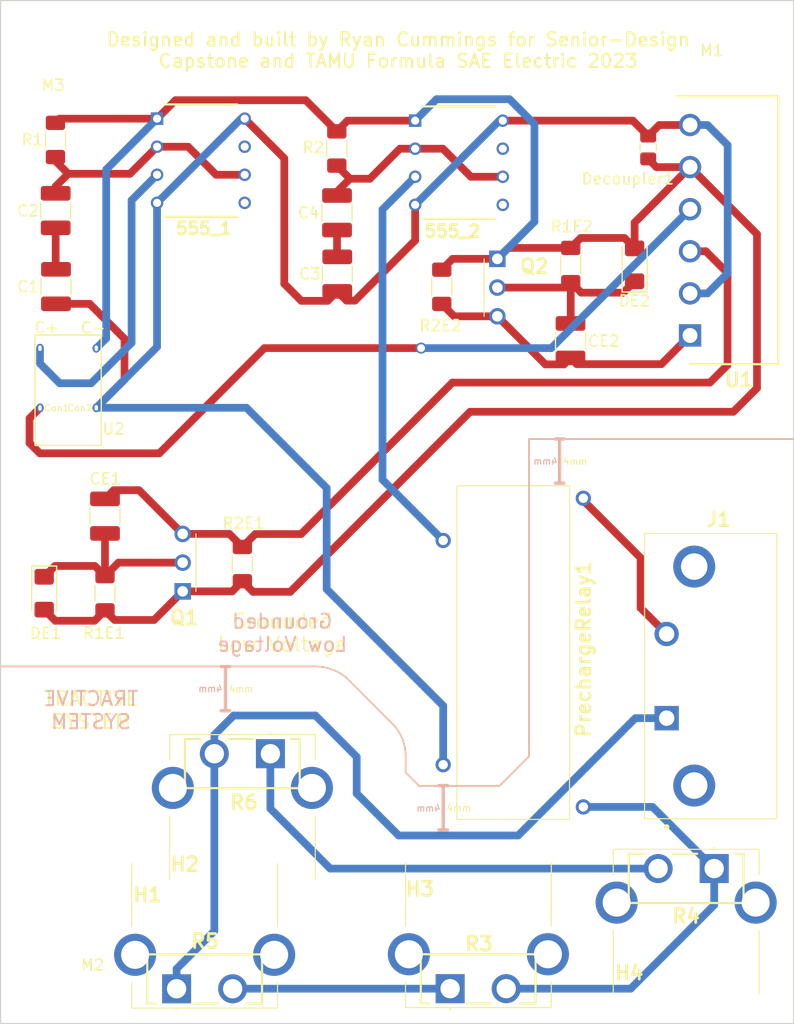
<source format=kicad_pcb>
(kicad_pcb (version 20211014) (generator pcbnew)
  (layers (0 "F.Cu" signal) (31 "B.Cu" signal) (34 "B.Paste" user) (35 "F.Paste" user) (36 "B.SilkS" user "B.Silkscreen") (37 "F.SilkS" user "F.Silkscreen") (38 "B.Mask" user) (39 "F.Mask" user) (44 "Edge.Cuts" user))
  (net 0 "")
  (net 1 "GND")
  (net 2 "Net-(555_1-Pad2)")
  (net 3 "Net-(555_1-Pad3)")
  (net 4 "+12V")
  (net 7 "Net-(555_2-Pad2)")
  (net 8 "Net-(555_2-Pad3)")
  (net 11 "Net-(C1-Pad2)")
  (net 12 "Net-(C3-Pad2)")
  (net 13 "Net-(CE1-Pad2)")
  (net 14 "Net-(CE1-Pad1)")
  (net 15 "Net-(J1-Pad1)")
  (net 16 "Net-(CE2-Pad1)")
  (net 17 "Net-(PrechargeRelay1-Pad1)")
  (net 18 "Net-(J1-Pad2)")
  (net 19 "Net-(R5-Pad2)")
  (net 20 "Net-(U1-Pad4)")
  (net 21 "Net-(CE2-Pad2)")
  (net 30 "Net-(R6-Pad1)")
  (footprint "Capacitor_SMD:C_1210_3225Metric_Pad1.33x2.70mm_HandSolder" (layer "F.Cu") (at 164.29 67.5225 90)
    (fp_text reference "CE2" (at -0.0425 3.01) (layer "F.SilkS"))
    (fp_text value "C")
    (fp_line (start -0.711252 1.36) (end 0.711252 1.36) (layer "F.SilkS") (width 0.12))
    (fp_line (start -0.711252 -1.36) (end 0.711252 -1.36) (layer "F.SilkS") (width 0.12))
    (pad "1" smd roundrect (at -1.5625 0 90) (size 1.325 2.7) (layers "F.Cu" "F.Paste" "F.Mask") (roundrect_rratio 0.1886792453) (net 16 "Net-(CE2-Pad1)"))
    (pad "2" smd roundrect (at 1.5625 0 90) (size 1.325 2.7) (layers "F.Cu" "F.Paste" "F.Mask") (roundrect_rratio 0.1886792453) (net 21 "Net-(CE2-Pad2)"))
  )
  (footprint "Resistor_SMD:R_1206_3216Metric_Pad1.30x1.75mm_HandSolder" (layer "F.Cu") (at 122.1 90.3825 90)
    (fp_text reference "R1E1" (at -3.605 -0.09) (layer "F.SilkS"))
    (fp_text value "R")
    (fp_line (start -0.727064 0.91) (end 0.727064 0.91) (layer "F.SilkS") (width 0.12))
    (fp_line (start -0.727064 -0.91) (end 0.727064 -0.91) (layer "F.SilkS") (width 0.12))
    (pad "1" smd roundrect (at -1.55 0 90) (size 1.3 1.75) (layers "F.Cu" "F.Paste" "F.Mask") (roundrect_rratio 0.1923076923) (net 1 "GND"))
    (pad "2" smd roundrect (at 1.55 0 90) (size 1.3 1.75) (layers "F.Cu" "F.Paste" "F.Mask") (roundrect_rratio 0.1923076923) (net 13 "Net-(CE1-Pad2)"))
  )
  (footprint "Resistor_SMD:R_1206_3216Metric_Pad1.30x1.75mm_HandSolder" (layer "F.Cu") (at 152.62 62.645 -90)
    (fp_text reference "R2E2" (at 3.51 0.12) (layer "F.SilkS"))
    (fp_text value "R")
    (fp_line (start -0.727064 0.91) (end 0.727064 0.91) (layer "F.SilkS") (width 0.12))
    (fp_line (start -0.727064 -0.91) (end 0.727064 -0.91) (layer "F.SilkS") (width 0.12))
    (pad "1" smd roundrect (at -1.55 0 270) (size 1.3 1.75) (layers "F.Cu" "F.Paste" "F.Mask") (roundrect_rratio 0.1923076923) (net 1 "GND"))
    (pad "2" smd roundrect (at 1.55 0 270) (size 1.3 1.75) (layers "F.Cu" "F.Paste" "F.Mask") (roundrect_rratio 0.1923076923) (net 16 "Net-(CE2-Pad1)"))
  )
  (footprint "SAE Parts:HV_Conn" (layer "F.Cu") (at 173 101.69 90)
    (fp_text reference "J1" (at 17.995 4.72 180) (layer "F.SilkS") (effects (font (size 1.27 1.27) (thickness 0.254))))
    (fp_text value "HV_Connector" hide)
    (fp_line (start -9.1 10) (end -9.1 -2) (layer "F.SilkS") (width 0.1))
    (fp_line (start -9.1 -2) (end 16.72 -2) (layer "F.SilkS") (width 0.1))
    (fp_line (start 16.72 10) (end -9.1 10) (layer "F.SilkS") (width 0.1))
    (fp_line (start 16.72 -2) (end 16.72 10) (layer "F.SilkS") (width 0.1))
    (fp_circle (center -9.85 0) (end -9.85 0.05) (layer "F.SilkS") (width 0.2) (fill none))
    (pad "1" thru_hole rect (at 0 0 90) (size 2.2 2.2) (drill 1.4) (layers *.Cu *.Mask) (net 15 "Net-(J1-Pad1)"))
    (pad "2" thru_hole circle (at 7.62 0 90) (size 2.2 2.2) (drill 1.4) (layers *.Cu *.Mask) (net 18 "Net-(J1-Pad2)"))
    (pad "3" thru_hole circle (at -6.1 2.5 90) (size 3.8 3.8) (drill 2.4) (layers *.Cu *.Mask))
    (pad "4" thru_hole circle (at 13.72 2.5 90) (size 3.8 3.8) (drill 2.4) (layers *.Cu *.Mask))
  )
  (footprint "SAE Parts:MP2060" (layer "F.Cu") (at 128.59 126.185)
    (fp_text reference "R5" (at 2.58 -4.3 180) (layer "F.SilkS") (effects (font (size 1.27 1.27) (thickness 0.254))))
    (fp_text value "MP2060" hide)
    (fp_line (start 7.74 1.335) (end 6.34 1.335) (layer "F.SilkS") (width 0.2))
    (fp_line (start 0 1.9) (end 0 1.9) (layer "F.SilkS") (width 0.1))
    (fp_line (start -1.86 1.335) (end -2.66 1.335) (layer "F.SilkS") (width 0.2))
    (fp_line (start -2.66 -3.115) (end 7.745 -3.115) (layer "F.SilkS") (width 0.2))
    (fp_line (start 0 1.8) (end 0 1.8) (layer "F.SilkS") (width 0.1))
    (fp_line (start -2.66 1.335) (end -2.66 -3.115) (layer "F.SilkS") (width 0.2))
    (fp_line (start 7.745 -3.115) (end 7.74 1.335) (layer "F.SilkS") (width 0.2))
    (fp_line (start 1.54 1.335) (end 3.74 1.335) (layer "F.SilkS") (width 0.2))
    (fp_arc (start 0 1.8) (mid 0.05 1.85) (end 0 1.9) (layer "F.SilkS") (width 0.1))
    (fp_arc (start 0 1.9) (mid -0.05 1.85) (end 0 1.8) (layer "F.SilkS") (width 0.1))
    (pad "1" thru_hole rect (at 0 0) (size 2.625 2.625) (drill 1.75) (layers *.Cu *.Mask) (net 15 "Net-(J1-Pad1)"))
    (pad "2" thru_hole circle (at 5.08 0) (size 2.625 2.625) (drill 1.75) (layers *.Cu *.Mask) (net 19 "Net-(R5-Pad2)"))
  )
  (footprint "MountingHole:MountingHole_3.2mm_M3" (layer "F.Cu") (at 117.4 41.33)
    (fp_text reference "M3" (at 0.01 3.07) (layer "F.SilkS"))
    (fp_text value "MountingHole")
    (pad "" np_thru_hole circle (at 0 0) (size 3.2 3.2) (drill 3.2) (layers *.Cu *.Mask))
  )
  (footprint "Capacitor_SMD:C_1210_3225Metric_Pad1.33x2.70mm_HandSolder" (layer "F.Cu") (at 122.1 83.405 -90)
    (fp_text reference "CE1" (at -3.3825 -0.03) (layer "F.SilkS"))
    (fp_text value "C")
    (fp_line (start -0.711252 -1.36) (end 0.711252 -1.36) (layer "F.SilkS") (width 0.12))
    (fp_line (start -0.711252 1.36) (end 0.711252 1.36) (layer "F.SilkS") (width 0.12))
    (pad "1" smd roundrect (at -1.5625 0 270) (size 1.325 2.7) (layers "F.Cu" "F.Paste" "F.Mask") (roundrect_rratio 0.1886792453) (net 14 "Net-(CE1-Pad1)"))
    (pad "2" smd roundrect (at 1.5625 0 270) (size 1.325 2.7) (layers "F.Cu" "F.Paste" "F.Mask") (roundrect_rratio 0.1886792453) (net 13 "Net-(CE1-Pad2)"))
  )
  (footprint "Resistor_SMD:R_1206_3216Metric_Pad1.30x1.75mm_HandSolder" (layer "F.Cu") (at 164.31 60.675 -90)
    (fp_text reference "R1E2" (at -3.48 -0.09) (layer "F.SilkS"))
    (fp_text value "R")
    (fp_line (start -0.727064 0.91) (end 0.727064 0.91) (layer "F.SilkS") (width 0.12))
    (fp_line (start -0.727064 -0.91) (end 0.727064 -0.91) (layer "F.SilkS") (width 0.12))
    (pad "1" smd roundrect (at -1.55 0 270) (size 1.3 1.75) (layers "F.Cu" "F.Paste" "F.Mask") (roundrect_rratio 0.1923076923) (net 1 "GND"))
    (pad "2" smd roundrect (at 1.55 0 270) (size 1.3 1.75) (layers "F.Cu" "F.Paste" "F.Mask") (roundrect_rratio 0.1923076923) (net 21 "Net-(CE2-Pad2)"))
  )
  (footprint "Diode_SMD:D_1206_3216Metric_Pad1.42x1.75mm_HandSolder" (layer "F.Cu") (at 116.59 90.38 -90)
    (fp_text reference "DE1" (at 3.6225 -0.14) (layer "F.SilkS"))
    (fp_text value "D")
    (fp_line (start -2.46 -1.135) (end -2.46 1.135) (layer "F.SilkS") (width 0.12))
    (fp_line (start 1.6 -1.135) (end -2.46 -1.135) (layer "F.SilkS") (width 0.12))
    (fp_line (start -2.46 1.135) (end 1.6 1.135) (layer "F.SilkS") (width 0.12))
    (pad "1" smd roundrect (at -1.4875 0 270) (size 1.425 1.75) (layers "F.Cu" "F.Paste" "F.Mask") (roundrect_rratio 0.1754392982) (net 13 "Net-(CE1-Pad2)"))
    (pad "2" smd roundrect (at 1.4875 0 270) (size 1.425 1.75) (layers "F.Cu" "F.Paste" "F.Mask") (roundrect_rratio 0.1754392982) (net 1 "GND"))
  )
  (footprint "SAE Parts:MP2060" (layer "F.Cu") (at 177.31 115.305 180)
    (fp_text reference "R4" (at 2.55 -4.31 180) (layer "F.SilkS") (effects (font (size 1.27 1.27) (thickness 0.254))))
    (fp_text value "MP2060" hide)
    (fp_line (start -1.86 1.335) (end -2.66 1.335) (layer "F.SilkS") (width 0.2))
    (fp_line (start -2.66 -3.115) (end 7.745 -3.115) (layer "F.SilkS") (width 0.2))
    (fp_line (start 0 1.9) (end 0 1.9) (layer "F.SilkS") (width 0.1))
    (fp_line (start 1.54 1.335) (end 3.74 1.335) (layer "F.SilkS") (width 0.2))
    (fp_line (start 7.74 1.335) (end 6.34 1.335) (layer "F.SilkS") (width 0.2))
    (fp_line (start 7.745 -3.115) (end 7.74 1.335) (layer "F.SilkS") (width 0.2))
    (fp_line (start -2.66 1.335) (end -2.66 -3.115) (layer "F.SilkS") (width 0.2))
    (fp_line (start 0 1.8) (end 0 1.8) (layer "F.SilkS") (width 0.1))
    (fp_arc (start 0 1.8) (mid 0.05 1.85) (end 0 1.9) (layer "F.SilkS") (width 0.1))
    (fp_arc (start 0 1.9) (mid -0.05 1.85) (end 0 1.8) (layer "F.SilkS") (width 0.1))
    (pad "1" thru_hole rect (at 0 0 180) (size 2.625 2.625) (drill 1.75) (layers *.Cu *.Mask) (net 17 "Net-(PrechargeRelay1-Pad1)"))
    (pad "2" thru_hole circle (at 5.08 0 180) (size 2.625 2.625) (drill 1.75) (layers *.Cu *.Mask) (net 30 "Net-(R6-Pad1)"))
  )
  (footprint "SAE Parts:MP2060" (layer "F.Cu") (at 137.09 104.91 180)
    (fp_text reference "R6" (at 2.4 -4.42 180) (layer "F.SilkS") (effects (font (size 1.27 1.27) (thickness 0.254))))
    (fp_text value "MP2060" hide)
    (fp_line (start 7.745 -3.115) (end 7.74 1.335) (layer "F.SilkS") (width 0.2))
    (fp_line (start 0 1.9) (end 0 1.9) (layer "F.SilkS") (width 0.1))
    (fp_line (start -2.66 1.335) (end -2.66 -3.115) (layer "F.SilkS") (width 0.2))
    (fp_line (start 1.54 1.335) (end 3.74 1.335) (layer "F.SilkS") (width 0.2))
    (fp_line (start 7.74 1.335) (end 6.34 1.335) (layer "F.SilkS") (width 0.2))
    (fp_line (start 0 1.8) (end 0 1.8) (layer "F.SilkS") (width 0.1))
    (fp_line (start -1.86 1.335) (end -2.66 1.335) (layer "F.SilkS") (width 0.2))
    (fp_line (start -2.66 -3.115) (end 7.745 -3.115) (layer "F.SilkS") (width 0.2))
    (fp_arc (start 0 1.8) (mid 0.05 1.85) (end 0 1.9) (layer "F.SilkS") (width 0.1))
    (fp_arc (start 0 1.9) (mid -0.05 1.85) (end 0 1.8) (layer "F.SilkS") (width 0.1))
    (pad "1" thru_hole rect (at 0 0 180) (size 2.625 2.625) (drill 1.75) (layers *.Cu *.Mask) (net 30 "Net-(R6-Pad1)"))
    (pad "2" thru_hole circle (at 5.08 0 180) (size 2.625 2.625) (drill 1.75) (layers *.Cu *.Mask) (net 15 "Net-(J1-Pad1)"))
  )
  (footprint "SAE Parts:NPN" (layer "F.Cu") (at 157.66 60.115 -90)
    (fp_text reference "Q2" (at 0.67 -3.35) (layer "F.SilkS") (effects (font (size 1.27 1.27) (thickness 0.254))))
    (fp_text value "NPN" hide)
    (fp_line (start 0 1.2) (end 5.2 1.2) (layer "F.SilkS") (width 0.1))
    (pad "1" thru_hole rect (at 0 0 270) (size 1.493 1.493) (drill 0.96) (layers *.Cu *.Mask) (net 1 "GND"))
    (pad "2" thru_hole circle (at 2.6 0 270) (size 1.493 1.493) (drill 0.96) (layers *.Cu *.Mask) (net 21 "Net-(CE2-Pad2)"))
    (pad "3" thru_hole circle (at 5.2 0 270) (size 1.493 1.493) (drill 0.96) (layers *.Cu *.Mask) (net 16 "Net-(CE2-Pad1)"))
  )
  (footprint "MountingHole:MountingHole_3.2mm_M3" (layer "F.Cu") (at 117.79 123.905)
    (fp_text reference "M2" (at 3.19 0.13) (layer "F.SilkS"))
    (fp_text value "MountingHole")
    (pad "" np_thru_hole circle (at 0 0) (size 3.2 3.2) (drill 3.2) (layers *.Cu *.Mask))
  )
  (footprint "SAE Parts:DIP794W53P254L959H508Q8N" (layer "F.Cu") (at 154.18 51.415)
    (fp_text reference "555_2" (at -0.59 6.2) (layer "F.SilkS") (effects (font (size 1.1 1.1) (thickness 0.254))))
    (fp_text value "NE555P" hide)
    (fp_line (start -3.3 5.08) (end 3.3 5.08) (layer "F.SilkS") (width 0.2))
    (fp_line (start -3.3 -5.1) (end 3.3 -5.1) (layer "F.SilkS") (width 0.2))
    (pad "1" thru_hole rect (at -3.97 -3.81) (size 1.13 1.13) (drill 0.73) (layers *.Cu *.Mask) (net 1 "GND"))
    (pad "2" thru_hole circle (at -3.97 -1.27) (size 1.13 1.13) (drill 0.73) (layers *.Cu *.Mask) (net 7 "Net-(555_2-Pad2)"))
    (pad "3" thru_hole circle (at -3.97 1.27) (size 1.13 1.13) (drill 0.73) (layers *.Cu *.Mask) (net 8 "Net-(555_2-Pad3)"))
    (pad "4" thru_hole circle (at -3.97 3.81) (size 1.13 1.13) (drill 0.73) (layers *.Cu *.Mask) (net 4 "+12V"))
    (pad "5" thru_hole circle (at 3.97 3.81) (size 1.13 1.13) (drill 0.73) (layers *.Cu *.Mask))
    (pad "6" thru_hole circle (at 3.97 1.27) (size 1.13 1.13) (drill 0.73) (layers *.Cu *.Mask) (net 7 "Net-(555_2-Pad2)"))
    (pad "7" thru_hole circle (at 3.97 -1.27) (size 1.13 1.13) (drill 0.73) (layers *.Cu *.Mask))
    (pad "8" thru_hole circle (at 3.97 -3.81) (size 1.13 1.13) (drill 0.73) (layers *.Cu *.Mask) (net 4 "+12V"))
  )
  (footprint "SAE Parts:NPN" (layer "F.Cu") (at 129.14 90.2125 90)
    (fp_text reference "Q1" (at -2.38 0.14) (layer "F.SilkS") (effects (font (size 1.27 1.27) (thickness 0.254))))
    (fp_text value "NPN" hide)
    (fp_line (start 0 1.2) (end 5.2 1.2) (layer "F.SilkS") (width 0.1))
    (pad "1" thru_hole rect (at 0 0 90) (size 1.493 1.493) (drill 0.96) (layers *.Cu *.Mask) (net 1 "GND"))
    (pad "2" thru_hole circle (at 2.6 0 90) (size 1.493 1.493) (drill 0.96) (layers *.Cu *.Mask) (net 13 "Net-(CE1-Pad2)"))
    (pad "3" thru_hole circle (at 5.2 0 90) (size 1.493 1.493) (drill 0.96) (layers *.Cu *.Mask) (net 14 "Net-(CE1-Pad1)"))
  )
  (footprint "Capacitor_SMD:C_1210_3225Metric_Pad1.33x2.70mm_HandSolder" (layer "F.Cu") (at 143.15 61.495 90)
    (fp_text reference "C3" (at 0.03 -2.49 180) (layer "F.SilkS"))
    (fp_text value "C")
    (fp_line (start -0.711252 -1.36) (end 0.711252 -1.36) (layer "F.SilkS") (width 0.12))
    (fp_line (start -0.711252 1.36) (end 0.711252 1.36) (layer "F.SilkS") (width 0.12))
    (pad "1" smd roundrect (at -1.5625 0 90) (size 1.325 2.7) (layers "F.Cu" "F.Paste" "F.Mask") (roundrect_rratio 0.1886792453) (net 4 "+12V"))
    (pad "2" smd roundrect (at 1.5625 0 90) (size 1.325 2.7) (layers "F.Cu" "F.Paste" "F.Mask") (roundrect_rratio 0.1886792453) (net 12 "Net-(C3-Pad2)"))
  )
  (footprint "SAE Parts:6p_LV_Conn" (layer "F.Cu") (at 175.12 67.05 -90)
    (fp_text reference "U1" (at 4.005 -4.44 180) (layer "F.SilkS") (effects (font (size 1.27 1.27) (thickness 0.254))))
    (fp_text value "6P_LV_Conn" hide)
    (fp_line (start 2.6 -8) (end -21.65 -8) (layer "F.SilkS") (width 0.2))
    (fp_line (start 2.6 0) (end 2.6 -8) (layer "F.SilkS") (width 0.2))
    (fp_line (start -21.65 -8) (end -21.65 1.2) (layer "F.SilkS") (width 0.2))
    (pad "1" thru_hole rect (at 0 0 270) (size 2.025 2.025) (drill 1.35) (layers *.Cu *.Mask) (net 16 "Net-(CE2-Pad1)"))
    (pad "2" thru_hole circle (at -3.81 0 270) (size 2.025 2.025) (drill 1.35) (layers *.Cu *.Mask) (net 4 "+12V"))
    (pad "3" thru_hole circle (at -7.62 0 270) (size 2.025 2.025) (drill 1.35) (layers *.Cu *.Mask) (net 14 "Net-(CE1-Pad1)"))
    (pad "4" thru_hole circle (at -11.43 0 270) (size 2.025 2.025) (drill 1.35) (layers *.Cu *.Mask) (net 20 "Net-(U1-Pad4)"))
    (pad "5" thru_hole circle (at -15.24 0 270) (size 2.025 2.025) (drill 1.35) (layers *.Cu *.Mask) (net 1 "GND"))
    (pad "6" thru_hole circle (at -19.05 0 270) (size 2.025 2.025) (drill 1.35) (layers *.Cu *.Mask) (net 4 "+12V"))
  )
  (footprint "Capacitor_SMD:C_1210_3225Metric_Pad1.33x2.70mm_HandSolder" (layer "F.Cu") (at 117.66 62.625 90)
    (fp_text reference "C1" (at 0 -2.54 180) (layer "F.SilkS"))
    (fp_text value "C")
    (fp_line (start -0.711252 -1.36) (end 0.711252 -1.36) (layer "F.SilkS") (width 0.12))
    (fp_line (start -0.711252 1.36) (end 0.711252 1.36) (layer "F.SilkS") (width 0.12))
    (pad "1" smd roundrect (at -1.5625 0 90) (size 1.325 2.7) (layers "F.Cu" "F.Paste" "F.Mask") (roundrect_rratio 0.1886792453) (net 4 "+12V"))
    (pad "2" smd roundrect (at 1.5625 0 90) (size 1.325 2.7) (layers "F.Cu" "F.Paste" "F.Mask") (roundrect_rratio 0.1886792453) (net 11 "Net-(C1-Pad2)"))
  )
  (footprint "SAE Parts:MP2060" (layer "F.Cu") (at 153.38 126.175)
    (fp_text reference "R3" (at 2.61 -4.06 180) (layer "F.SilkS") (effects (font (size 1.27 1.27) (thickness 0.254))))
    (fp_text value "MP2060" hide)
    (fp_line (start -2.66 1.335) (end -2.66 -3.115) (layer "F.SilkS") (width 0.2))
    (fp_line (start 0 1.8) (end 0 1.8) (layer "F.SilkS") (width 0.1))
    (fp_line (start -2.66 -3.115) (end 7.745 -3.115) (layer "F.SilkS") (width 0.2))
    (fp_line (start 7.745 -3.115) (end 7.74 1.335) (layer "F.SilkS") (width 0.2))
    (fp_line (start 0 1.9) (end 0 1.9) (layer "F.SilkS") (width 0.1))
    (fp_line (start 1.54 1.335) (end 3.74 1.335) (layer "F.SilkS") (width 0.2))
    (fp_line (start 7.74 1.335) (end 6.34 1.335) (layer "F.SilkS") (width 0.2))
    (fp_line (start -1.86 1.335) (end -2.66 1.335) (layer "F.SilkS") (width 0.2))
    (fp_arc (start 0 1.9) (mid -0.05 1.85) (end 0 1.8) (layer "F.SilkS") (width 0.1))
    (fp_arc (start 0 1.8) (mid 0.05 1.85) (end 0 1.9) (layer "F.SilkS") (width 0.1))
    (pad "1" thru_hole rect (at 0 0) (size 2.625 2.625) (drill 1.75) (layers *.Cu *.Mask) (net 19 "Net-(R5-Pad2)"))
    (pad "2" thru_hole circle (at 5.08 0) (size 2.625 2.625) (drill 1.75) (layers *.Cu *.Mask) (net 17 "Net-(PrechargeRelay1-Pad1)"))
  )
  (footprint "SAE Parts:Heatsink" (layer "F.Cu") (at 124.83 123.11)
    (fp_text reference "H1" (at 1.12 -5.435) (layer "F.SilkS") (effects (font (size 1.27 1.27) (thickness 0.254))))
    (fp_text value "Heatsink" hide)
    (fp_line (start -0.305 2.54) (end -0.305 4.825) (layer "F.SilkS") (width 0.1))
    (fp_line (start 12.905 -8.255) (end 12.905 -2.54) (layer "F.SilkS") (width 0.1))
    (fp_line (start 12.905 4.825) (end 12.905 2.54) (layer "F.SilkS") (width 0.1))
    (fp_line (start -0.305 4.825) (end 12.905 4.825) (layer "F.SilkS") (width 0.1))
    (fp_line (start -0.305 -2.54) (end -0.305 -8.255) (layer "F.SilkS") (width 0.1))
    (pad "1" thru_hole circle (at 0 0) (size 3.81 3.81) (drill 2.54) (layers *.Cu *.Mask))
    (pad "2" thru_hole circle (at 12.6 0) (size 3.81 3.81) (drill 2.54) (layers *.Cu *.Mask))
  )
  (footprint "Resistor_SMD:R_1206_3216Metric_Pad1.30x1.75mm_HandSolder" (layer "F.Cu") (at 143.11 50.125 -90)
    (fp_text reference "R2" (at -0.1 2.13 180) (layer "F.SilkS"))
    (fp_text value "R")
    (fp_line (start -0.727064 -0.91) (end 0.727064 -0.91) (layer "F.SilkS") (width 0.12))
    (fp_line (start -0.727064 0.91) (end 0.727064 0.91) (layer "F.SilkS") (width 0.12))
    (pad "1" smd roundrect (at -1.55 0 270) (size 1.3 1.75) (layers "F.Cu" "F.Paste" "F.Mask") (roundrect_rratio 0.1923076923) (net 1 "GND"))
    (pad "2" smd roundrect (at 1.55 0 270) (size 1.3 1.75) (layers "F.Cu" "F.Paste" "F.Mask") (roundrect_rratio 0.1923076923) (net 7 "Net-(555_2-Pad2)"))
  )
  (footprint "SAE Parts:Heatsink" (layer "F.Cu") (at 181.07 118.385 180)
    (fp_text reference "H4" (at 11.46 -6.35) (layer "F.SilkS") (effects (font (size 1.27 1.27) (thickness 0.254))))
    (fp_text value "Heatsink" hide)
    (fp_line (start -0.305 -2.54) (end -0.305 -8.255) (layer "F.SilkS") (width 0.1))
    (fp_line (start -0.305 2.54) (end -0.305 4.825) (layer "F.SilkS") (width 0.1))
    (fp_line (start 12.905 -8.255) (end 12.905 -2.54) (layer "F.SilkS") (width 0.1))
    (fp_line (start 12.905 4.825) (end 12.905 2.54) (layer "F.SilkS") (width 0.1))
    (fp_line (start -0.305 4.825) (end 12.905 4.825) (layer "F.SilkS") (width 0.1))
    (pad "1" thru_hole circle (at 0 0 180) (size 3.81 3.81) (drill 2.54) (layers *.Cu *.Mask))
    (pad "2" thru_hole circle (at 12.6 0 180) (size 3.81 3.81) (drill 2.54) (layers *.Cu *.Mask))
  )
  (footprint "MountingHole:MountingHole_3.2mm_M3" (layer "F.Cu") (at 179.77 41.265)
    (fp_text reference "M1" (at -2.68 -0.01) (layer "F.SilkS"))
    (fp_text value "MountingHole")
    (pad "" np_thru_hole circle (at 0 0) (size 3.2 3.2) (drill 3.2) (layers *.Cu *.Mask))
  )
  (footprint "SAE Parts:DIP794W53P254L959H508Q8N" (layer "F.Cu") (at 130.79 51.235)
    (fp_text reference "555_1" (at 0.26 6.13) (layer "F.SilkS") (effects (font (size 1.1 1.1) (thickness 0.254))))
    (fp_text value "NE555P" hide)
    (fp_line (start -3.3 5.08) (end 3.3 5.08) (layer "F.SilkS") (width 0.2))
    (fp_line (start -3.3 -5.1) (end 3.3 -5.1) (layer "F.SilkS") (width 0.2))
    (pad "1" thru_hole rect (at -3.97 -3.81) (size 1.13 1.13) (drill 0.73) (layers *.Cu *.Mask) (net 1 "GND"))
    (pad "2" thru_hole circle (at -3.97 -1.27) (size 1.13 1.13) (drill 0.73) (layers *.Cu *.Mask) (net 2 "Net-(555_1-Pad2)"))
    (pad "3" thru_hole circle (at -3.97 1.27) (size 1.13 1.13) (drill 0.73) (layers *.Cu *.Mask) (net 3 "Net-(555_1-Pad3)"))
    (pad "4" thru_hole circle (at -3.97 3.81) (size 1.13 1.13) (drill 0.73) (layers *.Cu *.Mask) (net 4 "+12V"))
    (pad "5" thru_hole circle (at 3.97 3.81) (size 1.13 1.13) (drill 0.73) (layers *.Cu *.Mask))
    (pad "6" thru_hole circle (at 3.97 1.27) (size 1.13 1.13) (drill 0.73) (layers *.Cu *.Mask) (net 2 "Net-(555_1-Pad2)"))
    (pad "7" thru_hole circle (at 3.97 -1.27) (size 1.13 1.13) (drill 0.73) (layers *.Cu *.Mask))
    (pad "8" thru_hole circle (at 3.97 -3.81) (size 1.13 1.13) (drill 0.73) (layers *.Cu *.Mask) (net 4 "+12V"))
  )
  (footprint "Resistor_SMD:R_1206_3216Metric_Pad1.30x1.75mm_HandSolder" (layer "F.Cu") (at 134.55 87.7425 90)
    (fp_text reference "R2E1" (at 3.69 0.1) (layer "F.SilkS"))
    (fp_text value "R")
    (fp_line (start -0.727064 0.91) (end 0.727064 0.91) (layer "F.SilkS") (width 0.12))
    (fp_line (start -0.727064 -0.91) (end 0.727064 -0.91) (layer "F.SilkS") (width 0.12))
    (pad "1" smd roundrect (at -1.55 0 90) (size 1.3 1.75) (layers "F.Cu" "F.Paste" "F.Mask") (roundrect_rratio 0.1923076923) (net 1 "GND"))
    (pad "2" smd roundrect (at 1.55 0 90) (size 1.3 1.75) (layers "F.Cu" "F.Paste" "F.Mask") (roundrect_rratio 0.1923076923) (net 14 "Net-(CE1-Pad1)"))
  )
  (footprint "SAE Parts:KT121A40LTHT" (layer "F.Cu") (at 165.45 109.725 90)
    (fp_text reference "PrechargeRelay1" (at 14.27 0.02 90) (layer "F.SilkS") (effects (font (size 1.27 1.27) (thickness 0.254))))
    (fp_text value "KT12-1A-40L-THT" hide)
    (fp_line (start 29.07 -1.25) (end -1.13 -1.25) (layer "F.SilkS") (width 0.1))
    (fp_line (start -1.13 -11.45) (end 29.07 -11.45) (layer "F.SilkS") (width 0.1))
    (fp_line (start -1.13 -1.25) (end -1.13 -11.45) (layer "F.SilkS") (width 0.1))
    (fp_line (start 29.07 -11.45) (end 29.07 -1.25) (layer "F.SilkS") (width 0.1))
    (pad "1" thru_hole circle (at 0 0 90) (size 1.381 1.381) (drill 0.85) (layers *.Cu *.Mask) (net 17 "Net-(PrechargeRelay1-Pad1)"))
    (pad "2" thru_hole circle (at 27.94 0 90) (size 1.381 1.381) (drill 0.85) (layers *.Cu *.Mask) (net 18 "Net-(J1-Pad2)"))
    (pad "3" thru_hole circle (at 24.12 -12.7 90) (size 1.381 1.381) (drill 0.85) (layers *.Cu *.Mask) (net 8 "Net-(555_2-Pad3)"))
    (pad "4" thru_hole circle (at 3.82 -12.7 90) (size 1.381 1.381) (drill 0.85) (layers *.Cu *.Mask) (net 4 "+12V"))
  )
  (footprint "SAE Parts:IMB06CTS-1" (layer "F.Cu") (at 118.91 72.105)
    (fp_text reference "U2" (at 3.97 3.41 unlocked) (layer "F.SilkS"))
    (fp_text value "IMB06CTS-1")
    (fp_text user "C-" (at 2.11 -5.75 unlocked) (layer "F.SilkS"))
    (fp_text user "C+" (at -2.08 -5.77 unlocked) (layer "F.SilkS"))
    (fp_text user "Con2" (at 0.9 1.51 unlocked) (layer "F.SilkS") (effects (font (size 0.6 0.6) (thickness 0.1))))
    (fp_text user "Con1" (at -1.2 1.51 unlocked) (layer "F.SilkS") (effects (font (size 0.6 0.6) (thickness 0.1))))
    (fp_rect (start -3.15 -5.1) (end 2.85 4.9) (layer "F.SilkS") (width 0.12) (fill none))
    (pad "1" thru_hole oval (at -2.7 -3.9) (size 0.6 0.8) (drill oval 0.3 0.5) (layers *.Cu *.Mask) (net 3 "Net-(555_1-Pad3)"))
    (pad "2" thru_hole oval (at 2.4 -3.9) (size 0.6 0.8) (drill oval 0.3 0.5) (layers *.Cu *.Mask) (net 1 "GND"))
    (pad "3" thru_hole oval (at -2.7 1.5) (size 0.6 0.8) (drill oval 0.3 0.5) (layers *.Cu *.Mask) (net 20 "Net-(U1-Pad4)"))
    (pad "4" thru_hole oval (at 2.4 1.49) (size 0.6 0.8) (drill oval 0.3 0.5) (layers *.Cu *.Mask) (net 4 "+12V"))
  )
  (footprint "Diode_SMD:D_1206_3216Metric_Pad1.42x1.75mm_HandSolder" (layer "F.Cu") (at 170.1 60.6575 90)
    (fp_text reference "DE2" (at -3.2575 -0.02) (layer "F.SilkS"))
    (fp_text value "D")
    (fp_line (start -2.46 -1.135) (end -2.46 1.135) (layer "F.SilkS") (width 0.12))
    (fp_line (start 1.6 -1.135) (end -2.46 -1.135) (layer "F.SilkS") (width 0.12))
    (fp_line (start -2.46 1.135) (end 1.6 1.135) (layer "F.SilkS") (width 0.12))
    (pad "1" smd roundrect (at -1.4875 0 90) (size 1.425 1.75) (layers "F.Cu" "F.Paste" "F.Mask") (roundrect_rratio 0.1754392982) (net 21 "Net-(CE2-Pad2)"))
    (pad "2" smd roundrect (at 1.4875 0 90) (size 1.425 1.75) (layers "F.Cu" "F.Paste" "F.Mask") (roundrect_rratio 0.1754392982) (net 1 "GND"))
  )
  (footprint "Capacitor_SMD:C_1210_3225Metric_Pad1.33x2.70mm_HandSolder" (layer "F.Cu") (at 143.13 55.945 90)
    (fp_text reference "C4" (at 0.01 -2.58 180) (layer "F.SilkS"))
    (fp_text value "C")
    (fp_line (start -0.711252 1.36) (end 0.711252 1.36) (layer "F.SilkS") (width 0.12))
    (fp_line (start -0.711252 -1.36) (end 0.711252 -1.36) (layer "F.SilkS") (width 0.12))
    (pad "1" smd roundrect (at -1.5625 0 90) (size 1.325 2.7) (layers "F.Cu" "F.Paste" "F.Mask") (roundrect_rratio 0.1886792453) (net 12 "Net-(C3-Pad2)"))
    (pad "2" smd roundrect (at 1.5625 0 90) (size 1.325 2.7) (layers "F.Cu" "F.Paste" "F.Mask") (roundrect_rratio 0.1886792453) (net 7 "Net-(555_2-Pad2)"))
  )
  (footprint "SAE Parts:Heatsink" (layer "F.Cu") (at 149.64 123.06)
    (fp_text reference "H3" (at 1 -5.905) (layer "F.SilkS") (effects (font (size 1.27 1.27) (thickness 0.254))))
    (fp_text value "Heatsink" hide)
    (fp_line (start -0.305 2.54) (end -0.305 4.825) (layer "F.SilkS") (width 0.1))
    (fp_line (start -0.305 4.825) (end 12.905 4.825) (layer "F.SilkS") (width 0.1))
    (fp_line (start 12.905 4.825) (end 12.905 2.54) (layer "F.SilkS") (width 0.1))
    (fp_line (start -0.305 -2.54) (end -0.305 -8.255) (layer "F.SilkS") (width 0.1))
    (fp_line (start 12.905 -8.255) (end 12.905 -2.54) (layer "F.SilkS") (width 0.1))
    (pad "1" thru_hole circle (at 0 0) (size 3.81 3.81) (drill 2.54) (layers *.Cu *.Mask))
    (pad "2" thru_hole circle (at 12.6 0) (size 3.81 3.81) (drill 2.54) (layers *.Cu *.Mask))
  )
  (footprint "SAE Parts:Heatsink" (layer "F.Cu") (at 140.85 108.005 180)
    (fp_text reference "H2" (at 11.51 -6.915) (layer "F.SilkS") (effects (font (size 1.27 1.27) (thickness 0.254))))
    (fp_text value "Heatsink" hide)
    (fp_line (start -0.305 -2.54) (end -0.305 -8.255) (layer "F.SilkS") (width 0.1))
    (fp_line (start -0.305 4.825) (end 12.905 4.825) (layer "F.SilkS") (width 0.1))
    (fp_line (start -0.305 2.54) (end -0.305 4.825) (layer "F.SilkS") (width 0.1))
    (fp_line (start 12.905 -8.255) (end 12.905 -2.54) (layer "F.SilkS") (width 0.1))
    (fp_line (start 12.905 4.825) (end 12.905 2.54) (layer "F.SilkS") (width 0.1))
    (pad "1" thru_hole circle (at 0 0 180) (size 3.81 3.81) (drill 2.54) (layers *.Cu *.Mask))
    (pad "2" thru_hole circle (at 12.6 0 180) (size 3.81 3.81) (drill 2.54) (layers *.Cu *.Mask))
  )
  (footprint "Resistor_SMD:R_1206_3216Metric_Pad1.30x1.75mm_HandSolder" (layer "F.Cu") (at 117.61 49.3525 -90)
    (fp_text reference "R1" (at -0.0275 2.09 180) (layer "F.SilkS"))
    (fp_text value "R")
    (fp_line (start -0.727064 0.91) (end 0.727064 0.91) (layer "F.SilkS") (width 0.12))
    (fp_line (start -0.727064 -0.91) (end 0.727064 -0.91) (layer "F.SilkS") (width 0.12))
    (pad "1" smd roundrect (at -1.55 0 270) (size 1.3 1.75) (layers "F.Cu" "F.Paste" "F.Mask") (roundrect_rratio 0.1923076923) (net 1 "GND"))
    (pad "2" smd roundrect (at 1.55 0 270) (size 1.3 1.75) (layers "F.Cu" "F.Paste" "F.Mask") (roundrect_rratio 0.1923076923) (net 2 "Net-(555_1-Pad2)"))
  )
  (footprint "Capacitor_SMD:C_0805_2012Metric_Pad1.18x1.45mm_HandSolder" (layer "F.Cu") (at 171.33 50.035 -90)
    (fp_text reference "Decoupler1" (at 2.83 1.85 180) (layer "F.SilkS"))
    (fp_text value "C")
    (fp_line (start -0.261252 -0.735) (end 0.261252 -0.735) (layer "F.SilkS") (width 0.12))
    (fp_line (start -0.261252 0.735) (end 0.261252 0.735) (layer "F.SilkS") (width 0.12))
    (pad "1" smd roundrect (at -1.0375 0 270) (size 1.175 1.45) (layers "F.Cu" "F.Paste" "F.Mask") (roundrect_rratio 0.2127659574) (net 4 "+12V"))
    (pad "2" smd roundrect (at 1.0375 0 270) (size 1.175 1.45) (layers "F.Cu" "F.Paste" "F.Mask") (roundrect_rratio 0.2127659574) (net 1 "GND"))
  )
  (footprint "Capacitor_SMD:C_1210_3225Metric_Pad1.33x2.70mm_HandSolder" (layer "F.Cu") (at 117.63 55.745 90)
    (fp_text reference "C2" (at -0.02 -2.51 180) (layer "F.SilkS"))
    (fp_text value "C")
    (fp_line (start -0.711252 -1.36) (end 0.711252 -1.36) (layer "F.SilkS") (width 0.12))
    (fp_line (start -0.711252 1.36) (end 0.711252 1.36) (layer "F.SilkS") (width 0.12))
    (pad "1" smd roundrect (at -1.5625 0 90) (size 1.325 2.7) (layers "F.Cu" "F.Paste" "F.Mask") (roundrect_rratio 0.1886792453) (net 11 "Net-(C1-Pad2)"))
    (pad "2" smd roundrect (at 1.5625 0 90) (size 1.325 2.7) (layers "F.Cu" "F.Paste" "F.Mask") (roundrect_rratio 0.1886792453) (net 2 "Net-(555_1-Pad2)"))
  )
  (gr_line (start 157.86 107.82) (end 150.57 107.82) (layer "B.SilkS") (width 0.15))
  (gr_arc (start 141.07 97.01) (mid 142.8102 97.334548) (end 144.281827 98.318389) (layer "B.SilkS") (width 0.15))
  (gr_line (start 133.02 97.02) (end 132.62 97.02) (layer "B.SilkS") (width 0.3))
  (gr_line (start 163.3 76.42) (end 162.9 76.42) (layer "B.SilkS") (width 0.3))
  (gr_line (start 160.53 76.43) (end 184.49 76.43) (layer "B.SilkS") (width 0.15))
  (gr_line (start 149.345361 105.1) (end 149.345361 106.6) (layer "B.SilkS") (width 0.15))
  (gr_line (start 133.01 101.02) (end 133.41 101.02) (layer "B.SilkS") (width 0.3))
  (gr_line (start 160.53 105.15) (end 157.86 107.82) (layer "B.SilkS") (width 0.15))
  (gr_line (start 133.02 101.02) (end 132.62 101.02) (layer "B.SilkS") (width 0.3))
  (gr_line (start 163.3 80.42) (end 162.9 80.42) (layer "B.SilkS") (width 0.3))
  (gr_line (start 133.02 97.02) (end 133.02 101.02) (layer "B.SilkS") (width 0.3))
  (gr_line (start 160.53 76.43) (end 160.53 105.15) (layer "B.SilkS") (width 0.15))
  (gr_line (start 152.75 107.8) (end 152.75 111.8) (layer "B.SilkS") (width 0.3))
  (gr_line (start 163.3 76.42) (end 163.3 80.42) (layer "B.SilkS") (width 0.3))
  (gr_line (start 141.07 97.01) (end 112.66 97.01) (layer "B.SilkS") (width 0.15))
  (gr_line (start 152.74 111.8) (end 153.14 111.8) (layer "B.SilkS") (width 0.3))
  (gr_line (start 163.3 76.42) (end 163.7 76.42) (layer "B.SilkS") (width 0.3))
  (gr_line (start 163.29 80.42) (end 163.69 80.42) (layer "B.SilkS") (width 0.3))
  (gr_line (start 152.75 111.8) (end 152.35 111.8) (layer "B.SilkS") (width 0.3))
  (gr_line (start 148.14 102.19) (end 144.265 98.315) (layer "B.SilkS") (width 0.15))
  (gr_line (start 152.75 107.8) (end 152.35 107.8) (layer "B.SilkS") (width 0.3))
  (gr_line (start 149.345361 106.6) (end 150.56 107.814639) (layer "B.SilkS") (width 0.15))
  (gr_line (start 133.02 97.02) (end 133.42 97.02) (layer "B.SilkS") (width 0.3))
  (gr_arc (start 148.14 102.19) (mid 149.032098 103.525119) (end 149.345361 105.1) (layer "B.SilkS") (width 0.15))
  (gr_line (start 152.75 107.8) (end 153.15 107.8) (layer "B.SilkS") (width 0.3))
  (gr_line (start 133.02 97.01) (end 132.62 97.01) (layer "F.SilkS") (width 0.3))
  (gr_line (start 157.86 107.81) (end 150.57 107.81) (layer "F.SilkS") (width 0.15))
  (gr_line (start 160.53 76.42) (end 160.53 103.29) (layer "F.SilkS") (width 0.15))
  (gr_line (start 163.29 80.41) (end 163.69 80.41) (layer "F.SilkS") (width 0.3))
  (gr_line (start 163.3 76.41) (end 163.3 80.41) (layer "F.SilkS") (width 0.3))
  (gr_arc (start 141.07 97) (mid 142.810236 97.324461) (end 144.281827 98.308389) (layer "F.SilkS") (width 0.15))
  (gr_line (start 133.01 101.01) (end 133.41 101.01) (layer "F.SilkS") (width 0.3))
  (gr_line (start 160.53 76.42) (end 184.49 76.42) (layer "F.SilkS") (width 0.15))
  (gr_line (start 152.75 107.79) (end 152.35 107.79) (layer "F.SilkS") (width 0.3))
  (gr_line (start 152.74 111.79) (end 153.14 111.79) (layer "F.SilkS") (width 0.3))
  (gr_line (start 149.345361 106.59) (end 150.56 107.804639) (layer "F.SilkS") (width 0.15))
  (gr_line (start 133.02 97.01) (end 133.02 101.01) (layer "F.SilkS") (width 0.3))
  (gr_line (start 133.02 97.01) (end 133.42 97.01) (layer "F.SilkS") (width 0.3))
  (gr_line (start 163.3 76.41) (end 163.7 76.41) (layer "F.SilkS") (width 0.3))
  (gr_line (start 152.75 111.79) (end 152.35 111.79) (layer "F.SilkS") (width 0.3))
  (gr_line (start 163.3 76.41) (end 162.9 76.41) (layer "F.SilkS") (width 0.3))
  (gr_line (start 160.53 105.14) (end 157.86 107.81) (layer "F.SilkS") (width 0.15))
  (gr_line (start 148.14 102.18) (end 144.265 98.305) (layer "F.SilkS") (width 0.15))
  (gr_line (start 149.345361 105.09) (end 149.345361 106.59) (layer "F.SilkS") (width 0.15))
  (gr_line (start 152.75 107.79) (end 152.75 111.79) (layer "F.SilkS") (width 0.3))
  (gr_line (start 133.02 101.01) (end 132.62 101.01) (layer "F.SilkS") (width 0.3))
  (gr_line (start 141.07 97) (end 112.66 97) (layer "F.SilkS") (width 0.15))
  (gr_arc (start 148.14 102.18) (mid 149.032098 103.515119) (end 149.345361 105.09) (layer "F.SilkS") (width 0.15))
  (gr_line (start 163.3 80.41) (end 162.9 80.41) (layer "F.SilkS") (width 0.3))
  (gr_line (start 160.53 76.42) (end 160.53 105.14) (layer "F.SilkS") (width 0.15))
  (gr_line (start 152.75 107.79) (end 153.15 107.79) (layer "F.SilkS") (width 0.3))
  (gr_rect (start 184.51 129.325) (end 112.64 36.735) (layer "Edge.Cuts") (width 0.1) (fill none))
  (gr_text "4mm" (at 131.65 99.03) (layer "B.SilkS") (effects (font (size 0.6 0.6) (thickness 0.1)) (justify mirror)))
  (gr_text "TRACTIVE\nSYSTEM" (at 120.83 100.97) (layer "B.SilkS") (effects (font (size 1.3 1.3) (thickness 0.17)) (justify mirror)))
  (gr_text "4mm" (at 151.41 109.85) (layer "B.SilkS") (effects (font (size 0.6 0.6) (thickness 0.1)) (justify mirror)))
  (gr_text "4mm" (at 162.01 78.44) (layer "B.SilkS") (effects (font (size 0.6 0.6) (thickness 0.1)) (justify mirror)))
  (gr_text "Grounded\nLow Voltage" (at 138.17 93.97) (layer "B.SilkS") (effects (font (size 1.3 1.3) (thickness 0.17)) (justify mirror)))
  (gr_text "4mm" (at 164.71 78.45) (layer "F.SilkS") (effects (font (size 0.6 0.6) (thickness 0.1))))
  (gr_text "TRACTIVE\nSYSTEM" (at 120.83 100.96) (layer "F.SilkS") (effects (font (size 1.3 1.3) (thickness 0.17))))
  (gr_text "Grounded\nLow Voltage" (at 138.17 93.96) (layer "F.SilkS") (effects (font (size 1.3 1.3) (thickness 0.17))))
  (gr_text "Designed and built by Ryan Cummings for Senior-Design\nCapstone and TAMU Formula SAE Electric 2023" (at 148.67 41.23) (layer "F.SilkS") (effects (font (size 1.2 1.2) (thickness 0.2))))
  (gr_text "4mm" (at 154.16 109.83) (layer "F.SilkS") (effects (font (size 0.6 0.6) (thickness 0.1))))
  (gr_text "4mm" (at 134.43 99.05) (layer "F.SilkS") (effects (font (size 0.6 0.6) (thickness 0.1))))
  (segment (start 128.49 45.755) (end 140.29 45.755) (width 0.7) (layer "F.Cu") (net 1))
  (segment (start 179.05 73.955) (end 181.19 71.815) (width 0.7) (layer "F.Cu") (net 1))
  (segment (start 175.12 51.81) (end 172.0675 51.81) (width 0.7) (layer "F.Cu") (net 1))
  (segment (start 144.08 47.605) (end 150.21 47.605) (width 0.7) (layer "F.Cu") (net 1))
  (segment (start 169.18 58.225) (end 165.21 58.225) (width 0.7) (layer "F.Cu") (net 1))
  (segment (start 135.5125 90.255) (end 138.89 90.255) (width 0.7) (layer "F.Cu") (net 1))
  (segment (start 122.1 91.9325) (end 121.16 92.8725) (width 0.7) (layer "F.Cu") (net 1))
  (segment (start 122.97 92.8025) (end 126.55 92.8025) (width 0.7) (layer "F.Cu") (net 1))
  (segment (start 122.1 91.9325) (end 122.97 92.8025) (width 0.7) (layer "F.Cu") (net 1))
  (segment (start 143.11 48.575) (end 144.08 47.605) (width 0.7) (layer "F.Cu") (net 1))
  (segment (start 153.6 60.115) (end 152.62 61.095) (width 0.7) (layer "F.Cu") (net 1))
  (segment (start 126.82 47.425) (end 128.49 45.755) (width 0.7) (layer "F.Cu") (net 1))
  (segment (start 181.19 57.88) (end 175.12 51.81) (width 0.7) (layer "F.Cu") (net 1))
  (segment (start 158.65 59.125) (end 157.66 60.115) (width 0.7) (layer "F.Cu") (net 1))
  (segment (start 117.9875 47.425) (end 126.82 47.425) (width 0.7) (layer "F.Cu") (net 1))
  (segment (start 117.61 47.8025) (end 117.9875 47.425) (width 0.7) (layer "F.Cu") (net 1))
  (segment (start 126.55 92.8025) (end 129.14 90.2125) (width 0.7) (layer "F.Cu") (net 1))
  (segment (start 121.16 92.8725) (end 117.595 92.8725) (width 0.7) (layer "F.Cu") (net 1))
  (segment (start 134.55 89.2925) (end 135.5125 90.255) (width 0.7) (layer "F.Cu") (net 1))
  (segment (start 133.63 90.2125) (end 134.55 89.2925) (width 0.7) (layer "F.Cu") (net 1))
  (segment (start 165.21 58.225) (end 164.31 59.125) (width 0.7) (layer "F.Cu") (net 1))
  (segment (start 140.29 45.755) (end 143.11 48.575) (width 0.7) (layer "F.Cu") (net 1))
  (segment (start 157.66 60.115) (end 153.6 60.115) (width 0.7) (layer "F.Cu") (net 1))
  (segment (start 181.19 71.815) (end 181.19 57.88) (width 0.7) (layer "F.Cu") (net 1))
  (segment (start 164.31 59.125) (end 158.65 59.125) (width 0.7) (layer "F.Cu") (net 1))
  (segment (start 129.14 90.2125) (end 133.63 90.2125) (width 0.7) (layer "F.Cu") (net 1))
  (segment (start 138.89 90.255) (end 155.19 73.955) (width 0.7) (layer "F.Cu") (net 1))
  (segment (start 170.1 59.17) (end 170.1 59.145) (width 0.7) (layer "F.Cu") (net 1))
  (segment (start 170.1 59.17) (end 170.1 56.83) (width 0.7) (layer "F.Cu") (net 1))
  (segment (start 170.1 56.83) (end 175.12 51.81) (width 0.7) (layer "F.Cu") (net 1))
  (segment (start 117.595 92.8725) (end 116.59 91.8675) (width 0.7) (layer "F.Cu") (net 1))
  (segment (start 172.0675 51.81) (end 171.33 51.0725) (width 0.7) (layer "F.Cu") (net 1))
  (segment (start 155.19 73.955) (end 179.05 73.955) (width 0.7) (layer "F.Cu") (net 1))
  (segment (start 170.1 59.145) (end 169.18 58.225) (width 0.7) (layer "F.Cu") (net 1))
  (segment (start 121.31 68.205) (end 121.32 68.205) (width 0.7) (layer "B.Cu") (net 1))
  (segment (start 161.02 56.755) (end 161.02 47.925) (width 0.7) (layer "B.Cu") (net 1))
  (segment (start 152.15 45.665) (end 150.21 47.605) (width 0.7) (layer "B.Cu") (net 1))
  (segment (start 122.21 52.035) (end 126.82 47.425) (width 0.7) (layer "B.Cu") (net 1))
  (segment (start 121.32 68.205) (end 122.21 67.315) (width 0.7) (layer "B.Cu") (net 1))
  (segment (start 158.76 45.665) (end 152.15 45.665) (width 0.7) (layer "B.Cu") (net 1))
  (segment (start 161.02 47.925) (end 158.76 45.665) (width 0.7) (layer "B.Cu") (net 1))
  (segment (start 157.66 60.115) (end 161.02 56.755) (width 0.7) (layer "B.Cu") (net 1))
  (segment (start 122.21 67.315) (end 122.21 52.035) (width 0.7) (layer "B.Cu") (net 1))
  (segment (start 117.63 50.9225) (end 117.61 50.9025) (width 0.7) (layer "F.Cu") (net 2))
  (segment (start 126.82 49.965) (end 129.63 49.965) (width 0.7) (layer "F.Cu") (net 2))
  (segment (start 129.63 49.965) (end 132.17 52.505) (width 0.7) (layer "F.Cu") (net 2))
  (segment (start 117.63 53.555) (end 117.63 54.1825) (width 0.7) (layer "F.Cu") (net 2))
  (segment (start 132.17 52.505) (end 134.76 52.505) (width 0.7) (layer "F.Cu") (net 2))
  (segment (start 117.61 51.255) (end 118.77 52.415) (width 0.7) (layer "F.Cu") (net 2))
  (segment (start 117.61 50.9025) (end 117.61 51.255) (width 0.7) (layer "F.Cu") (net 2))
  (segment (start 124.37 52.415) (end 118.77 52.415) (width 0.7) (layer "F.Cu") (net 2))
  (segment (start 126.82 49.965) (end 124.37 52.415) (width 0.7) (layer "F.Cu") (net 2))
  (segment (start 118.77 52.415) (end 117.63 53.555) (width 0.7) (layer "F.Cu") (net 2))
  (segment (start 117.99 71.375) (end 120.85 71.375) (width 0.7) (layer "B.Cu") (net 3))
  (segment (start 124.51 67.715) (end 124.51 54.815) (width 0.7) (layer "B.Cu") (net 3))
  (segment (start 116.21 68.205) (end 116.21 69.595) (width 0.7) (layer "B.Cu") (net 3))
  (segment (start 120.85 71.375) (end 124.51 67.715) (width 0.7) (layer "B.Cu") (net 3))
  (segment (start 124.51 54.815) (end 126.82 52.505) (width 0.7) (layer "B.Cu") (net 3))
  (segment (start 116.21 69.595) (end 117.99 71.375) (width 0.7) (layer "B.Cu") (net 3))
  (segment (start 143.9875 63.895) (end 144.76 63.895) (width 0.7) (layer "F.Cu") (net 4))
  (segment (start 138.35 51.015) (end 138.35 62.375) (width 0.7) (layer "F.Cu") (net 4))
  (segment (start 123.87 71.045) (end 121.32 73.595) (width 0.7) (layer "F.Cu") (net 4))
  (segment (start 143.15 63.0575) (end 143.9875 63.895) (width 0.7) (layer "F.Cu") (net 4))
  (segment (start 121.32 73.595) (end 121.31 73.595) (width 0.7) (layer "F.Cu") (net 4))
  (segment (start 150.21 58.445) (end 150.21 55.225) (width 0.7) (layer "F.Cu") (net 4))
  (segment (start 117.66 64.1875) (end 120.7125 64.1875) (width 0.7) (layer "F.Cu") (net 4))
  (segment (start 172.3275 48) (end 171.33 48.9975) (width 0.7) (layer "F.Cu") (net 4))
  (segment (start 138.35 62.375) (end 139.89 63.915) (width 0.7) (layer "F.Cu") (net 4))
  (segment (start 171.33 48.9975) (end 169.9375 47.605) (width 0.7) (layer "F.Cu") (net 4))
  (segment (start 120.7125 64.1875) (end 123.87 67.345) (width 0.7) (layer "F.Cu") (net 4))
  (segment (start 134.76 47.425) (end 138.35 51.015) (width 0.7) (layer "F.Cu") (net 4))
  (segment (start 123.87 67.345) (end 123.87 71.045) (width 0.7) (layer "F.Cu") (net 4))
  (segment (start 142.2925 63.915) (end 143.15 63.0575) (width 0.7) (layer "F.Cu") (net 4))
  (segment (start 144.76 63.895) (end 150.21 58.445) (width 0.7) (layer "F.Cu") (net 4))
  (segment (start 175.12 48) (end 172.3275 48) (width 0.7) (layer "F.Cu") (net 4))
  (segment (start 139.89 63.915) (end 142.2925 63.915) (width 0.7) (layer "F.Cu") (net 4))
  (segment (start 169.9375 47.605) (end 158.15 47.605) (width 0.7) (layer "F.Cu") (net 4))
  (segment (start 178.53 61.415) (end 176.705 63.24) (width 0.7) (layer "B.Cu") (net 4))
  (segment (start 142.19 90.01) (end 142.19 80.86) (width 0.7) (layer "B.Cu") (net 4))
  (segment (start 126.82 68.085) (end 126.82 55.045) (width 0.7) (layer "B.Cu") (net 4))
  (segment (start 134.925 73.595) (end 121.31 73.595) (width 0.7) (layer "B.Cu") (net 4))
  (segment (start 178.53 49.825) (end 178.53 61.415) (width 0.7) (layer "B.Cu") (net 4))
  (segment (start 126.82 55.045) (end 134.44 47.425) (width 0.7) (layer "B.Cu") (net 4))
  (segment (start 121.31 73.595) (end 126.82 68.085) (width 0.7) (layer "B.Cu") (net 4))
  (segment (start 157.83 47.605) (end 158.15 47.605) (width 0.7) (layer "B.Cu") (net 4))
  (segment (start 175.12 48) (end 176.705 48) (width 0.7) (layer "B.Cu") (net 4))
  (segment (start 176.705 48) (end 178.53 49.825) (width 0.7) (layer "B.Cu") (net 4))
  (segment (start 134.44 47.425) (end 134.76 47.425) (width 0.7) (layer "B.Cu") (net 4))
  (segment (start 150.21 55.225) (end 157.83 47.605) (width 0.7) (layer "B.Cu") (net 4))
  (segment (start 152.75 105.905) (end 152.75 100.57) (width 0.7) (layer "B.Cu") (net 4))
  (segment (start 142.19 80.86) (end 134.925 73.595) (width 0.7) (layer "B.Cu") (net 4))
  (segment (start 152.75 100.57) (end 142.19 90.01) (width 0.7) (layer "B.Cu") (net 4))
  (segment (start 176.705 63.24) (end 175.12 63.24) (width 0.7) (layer "B.Cu") (net 4))
  (segment (start 152.72 50.145) (end 155.26 52.685) (width 0.7) (layer "F.Cu") (net 7))
  (segment (start 146.11 52.865) (end 144.3 52.865) (width 0.7) (layer "F.Cu") (net 7))
  (segment (start 144.3 52.865) (end 143.13 54.035) (width 0.7) (layer "F.Cu") (net 7))
  (segment (start 148.83 50.145) (end 146.11 52.865) (width 0.7) (layer "F.Cu") (net 7))
  (segment (start 150.21 50.145) (end 152.72 50.145) (width 0.7) (layer "F.Cu") (net 7))
  (segment (start 150.21 50.145) (end 148.83 50.145) (width 0.7) (layer "F.Cu") (net 7))
  (segment (start 155.26 52.685) (end 158.15 52.685) (width 0.7) (layer "F.Cu") (net 7))
  (segment (start 143.13 54.035) (end 143.13 54.3825) (width 0.7) (layer "F.Cu") (net 7))
  (segment (start 144.3 52.865) (end 143.11 51.675) (width 0.7) (layer "F.Cu") (net 7))
  (segment (start 147.25 80.105) (end 152.75 85.605) (width 0.7) (layer "B.Cu") (net 8))
  (segment (start 147.25 55.645) (end 147.25 80.105) (width 0.7) (layer "B.Cu") (net 8))
  (segment (start 150.21 52.685) (end 147.25 55.645) (width 0.7) (layer "B.Cu") (net 8))
  (segment (start 117.63 61.0325) (end 117.66 61.0625) (width 0.7) (layer "F.Cu") (net 11))
  (segment (start 117.63 57.3075) (end 117.63 61.0325) (width 0.7) (layer "F.Cu") (net 11))
  (segment (start 143.13 57.5075) (end 143.13 59.9125) (width 0.7) (layer "F.Cu") (net 12))
  (segment (start 143.13 59.9125) (end 143.15 59.9325) (width 0.7) (layer "F.Cu") (net 12))
  (segment (start 122.1 84.9675) (end 122.1 88.8325) (width 0.7) (layer "F.Cu") (net 13))
  (segment (start 117.57 87.9125) (end 121.18 87.9125) (width 0.7) (layer "F.Cu") (net 13))
  (segment (start 123.32 87.6125) (end 122.1 88.8325) (width 0.7) (layer "F.Cu") (net 13))
  (segment (start 116.59 88.8925) (end 117.57 87.9125) (width 0.7) (layer "F.Cu") (net 13))
  (segment (start 129.14 87.6125) (end 123.32 87.6125) (width 0.7) (layer "F.Cu") (net 13))
  (segment (start 121.18 87.9125) (end 122.1 88.8325) (width 0.7) (layer "F.Cu") (net 13))
  (segment (start 176.555 59.43) (end 178.52 61.395) (width 0.7) (layer "F.Cu") (net 14))
  (segment (start 178.52 69.725) (end 176.93 71.315) (width 0.7) (layer "F.Cu") (net 14))
  (segment (start 125.18 81.0525) (end 129.14 85.0125) (width 0.7) (layer "F.Cu") (net 14))
  (segment (start 139.87 85.025) (end 135.7175 85.025) (width 0.7) (layer "F.Cu") (net 14))
  (segment (start 122.1 81.8425) (end 122.89 81.0525) (width 0.7) (layer "F.Cu") (net 14))
  (segment (start 178.52 61.395) (end 178.52 69.725) (width 0.7) (layer "F.Cu") (net 14))
  (segment (start 153.58 71.315) (end 139.87 85.025) (width 0.7) (layer "F.Cu") (net 14))
  (segment (start 176.93 71.315) (end 153.58 71.315) (width 0.7) (layer "F.Cu") (net 14))
  (segment (start 135.7175 85.025) (end 134.55 86.1925) (width 0.7) (layer "F.Cu") (net 14))
  (segment (start 175.12 59.43) (end 176.555 59.43) (width 0.7) (layer "F.Cu") (net 14))
  (segment (start 122.89 81.0525) (end 125.18 81.0525) (width 0.7) (layer "F.Cu") (net 14))
  (segment (start 133.37 85.0125) (end 129.14 85.0125) (width 0.7) (layer "F.Cu") (net 14))
  (segment (start 134.55 86.1925) (end 133.37 85.0125) (width 0.7) (layer "F.Cu") (net 14))
  (segment (start 144.91 108.51) (end 148.71 112.31) (width 0.7) (layer "B.Cu") (net 15))
  (segment (start 148.71 112.31) (end 159.545 112.31) (width 0.7) (layer "B.Cu") (net 15))
  (segment (start 132.01 104.91) (end 132.01 103.2) (width 0.7) (layer "B.Cu") (net 15))
  (segment (start 132.01 120.955) (end 128.59 124.375) (width 0.7) (layer "B.Cu") (net 15))
  (segment (start 159.545 112.31) (end 170.165 101.69) (width 0.7) (layer "B.Cu") (net 15))
  (segment (start 144.91 105.19) (end 144.91 108.51) (width 0.7) (layer "B.Cu") (net 15))
  (segment (start 128.59 126.185) (end 128.59 124.375) (width 0.7) (layer "B.Cu") (net 15))
  (segment (start 132.01 104.91) (end 132.01 120.955) (width 0.7) (layer "B.Cu") (net 15))
  (segment (start 133.76 101.45) (end 141.17 101.45) (width 0.7) (layer "B.Cu") (net 15))
  (segment (start 141.17 101.45) (end 144.91 105.19) (width 0.7) (layer "B.Cu") (net 15))
  (segment (start 170.165 101.69) (end 173 101.69) (width 0.7) (layer "B.Cu") (net 15))
  (segment (start 132.01 103.2) (end 133.76 101.45) (width 0.7) (layer "B.Cu") (net 15))
  (segment (start 152.62 64.195) (end 153.74 65.315) (width 0.7) (layer "F.Cu") (net 16))
  (segment (start 164.85 69.645) (end 172.525 69.645) (width 0.7) (layer "F.Cu") (net 16))
  (segment (start 153.74 65.315) (end 157.66 65.315) (width 0.7) (layer "F.Cu") (net 16))
  (segment (start 164.29 69.085) (end 164.85 69.645) (width 0.7) (layer "F.Cu") (net 16))
  (segment (start 162.01 69.665) (end 157.66 65.315) (width 0.7) (layer "F.Cu") (net 16))
  (segment (start 172.525 69.645) (end 175.12 67.05) (width 0.7) (layer "F.Cu") (net 16))
  (segment (start 164.29 69.085) (end 163.71 69.665) (width 0.7) (layer "F.Cu") (net 16))
  (segment (start 163.71 69.665) (end 162.01 69.665) (width 0.7) (layer "F.Cu") (net 16))
  (segment (start 177.31 115.305) (end 171.73 109.725) (width 0.7) (layer "B.Cu") (net 17))
  (segment (start 171.73 109.725) (end 165.45 109.725) (width 0.7) (layer "B.Cu") (net 17))
  (segment (start 169.74 126.175) (end 177.31 118.605) (width 0.7) (layer "B.Cu") (net 17))
  (segment (start 158.46 126.175) (end 169.74 126.175) (width 0.7) (layer "B.Cu") (net 17))
  (segment (start 177.31 118.605) (end 177.31 115.305) (width 0.7) (layer "B.Cu") (net 17))
  (segment (start 173 94.07) (end 170.64 91.71) (width 0.7) (layer "F.Cu") (net 18))
  (segment (start 170.64 91.71) (end 170.64 87.175) (width 0.7) (layer "F.Cu") (net 18))
  (segment (start 170.64 87.175) (end 165.27 81.805) (width 0.7) (layer "F.Cu") (net 18))
  (segment (start 133.68 126.175) (end 133.67 126.185) (width 0.7) (layer "B.Cu") (net 19))
  (segment (start 153.38 126.175) (end 133.68 126.175) (width 0.7) (layer "B.Cu") (net 19))
  (segment (start 136.55 68.195) (end 150.75 68.195) (width 0.7) (layer "F.Cu") (net 20))
  (segment (start 116.21 73.605) (end 115.26 74.555) (width 0.7) (layer "F.Cu") (net 20))
  (segment (start 127.03 77.715) (end 136.55 68.195) (width 0.7) (layer "F.Cu") (net 20))
  (segment (start 115.26 76.785) (end 116.19 77.715) (width 0.7) (layer "F.Cu") (net 20))
  (segment (start 115.26 74.555) (end 115.26 76.785) (width 0.7) (layer "F.Cu") (net 20))
  (segment (start 116.19 77.715) (end 127.03 77.715) (width 0.7) (layer "F.Cu") (net 20))
  (via (at 150.75 68.195) (size 1) (drill 0.7) (layers "F.Cu" "B.Cu") (net 20))
  (segment (start 150.75 68.195) (end 162.545 68.195) (width 0.7) (layer "B.Cu") (net 20))
  (segment (start 162.545 68.195) (end 175.12 55.62) (width 0.7) (layer "B.Cu") (net 20))
  (segment (start 164.31 62.225) (end 164.31 65.94) (width 0.7) (layer "F.Cu") (net 21))
  (segment (start 164.31 65.94) (end 164.29 65.96) (width 0.7) (layer "F.Cu") (net 21))
  (segment (start 163.82 62.715) (end 157.66 62.715) (width 0.7) (layer "F.Cu") (net 21))
  (segment (start 164.31 62.225) (end 165.26 63.175) (width 0.7) (layer "F.Cu") (net 21))
  (segment (start 165.26 63.175) (end 169.07 63.175) (width 0.7) (layer "F.Cu") (net 21))
  (segment (start 169.07 63.175) (end 170.1 62.145) (width 0.7) (layer "F.Cu") (net 21))
  (segment (start 164.31 62.225) (end 163.82 62.715) (width 0.7) (layer "F.Cu") (net 21))
  (segment (start 137.09 109.88) (end 142.515 115.305) (width 0.7) (layer "B.Cu") (net 30))
  (segment (start 142.515 115.305) (end 172.23 115.305) (width 0.7) (layer "B.Cu") (net 30))
  (segment (start 137.09 104.91) (end 137.09 109.88) (width 0.7) (layer "B.Cu") (net 30))
)
</source>
